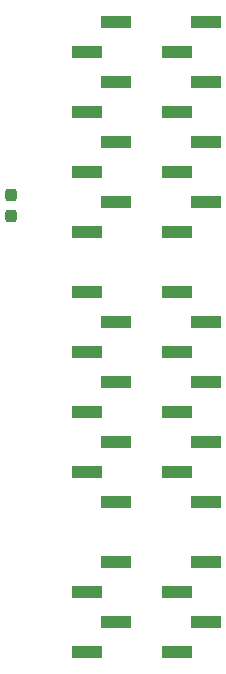
<source format=gbp>
G04 #@! TF.GenerationSoftware,KiCad,Pcbnew,9.0.6*
G04 #@! TF.CreationDate,2025-12-03T22:02:21+09:00*
G04 #@! TF.ProjectId,bionic-z380,62696f6e-6963-42d7-9a33-38302e6b6963,2*
G04 #@! TF.SameCoordinates,Original*
G04 #@! TF.FileFunction,Paste,Bot*
G04 #@! TF.FilePolarity,Positive*
%FSLAX46Y46*%
G04 Gerber Fmt 4.6, Leading zero omitted, Abs format (unit mm)*
G04 Created by KiCad (PCBNEW 9.0.6) date 2025-12-03 22:02:21*
%MOMM*%
%LPD*%
G01*
G04 APERTURE LIST*
G04 Aperture macros list*
%AMRoundRect*
0 Rectangle with rounded corners*
0 $1 Rounding radius*
0 $2 $3 $4 $5 $6 $7 $8 $9 X,Y pos of 4 corners*
0 Add a 4 corners polygon primitive as box body*
4,1,4,$2,$3,$4,$5,$6,$7,$8,$9,$2,$3,0*
0 Add four circle primitives for the rounded corners*
1,1,$1+$1,$2,$3*
1,1,$1+$1,$4,$5*
1,1,$1+$1,$6,$7*
1,1,$1+$1,$8,$9*
0 Add four rect primitives between the rounded corners*
20,1,$1+$1,$2,$3,$4,$5,0*
20,1,$1+$1,$4,$5,$6,$7,0*
20,1,$1+$1,$6,$7,$8,$9,0*
20,1,$1+$1,$8,$9,$2,$3,0*%
G04 Aperture macros list end*
%ADD10R,2.510000X1.000000*%
%ADD11RoundRect,0.237500X0.237500X-0.300000X0.237500X0.300000X-0.237500X0.300000X-0.237500X-0.300000X0*%
G04 APERTURE END LIST*
D10*
X116290800Y-130960000D03*
X118780000Y-128420000D03*
X116290800Y-125880000D03*
X118780000Y-123340000D03*
X118780000Y-118260000D03*
X116290800Y-115720000D03*
X118780000Y-113180000D03*
X116290800Y-110640000D03*
X118780000Y-108100000D03*
X116290800Y-105560000D03*
X118780000Y-103020000D03*
X116290800Y-100480000D03*
X116290800Y-95400000D03*
X118780000Y-92860000D03*
X116290800Y-90320000D03*
X118780000Y-87780000D03*
X116290800Y-85240000D03*
X118780000Y-82700000D03*
X116290800Y-80160000D03*
X118780000Y-77620000D03*
X111160000Y-77620000D03*
X108670800Y-80160000D03*
X111160000Y-82700000D03*
X108670800Y-85240000D03*
X111160000Y-87780000D03*
X108670800Y-90320000D03*
X111160000Y-92860000D03*
X108670800Y-95400000D03*
X108670800Y-100480000D03*
X111160000Y-103020000D03*
X108670800Y-105560000D03*
X111160000Y-108100000D03*
X108670800Y-110640000D03*
X111160000Y-113180000D03*
X108670800Y-115720000D03*
X111160000Y-118260000D03*
X111160000Y-123340000D03*
X108670800Y-125880000D03*
X111160000Y-128420000D03*
X108670800Y-130960000D03*
D11*
X102270000Y-94001900D03*
X102270000Y-92276900D03*
M02*

</source>
